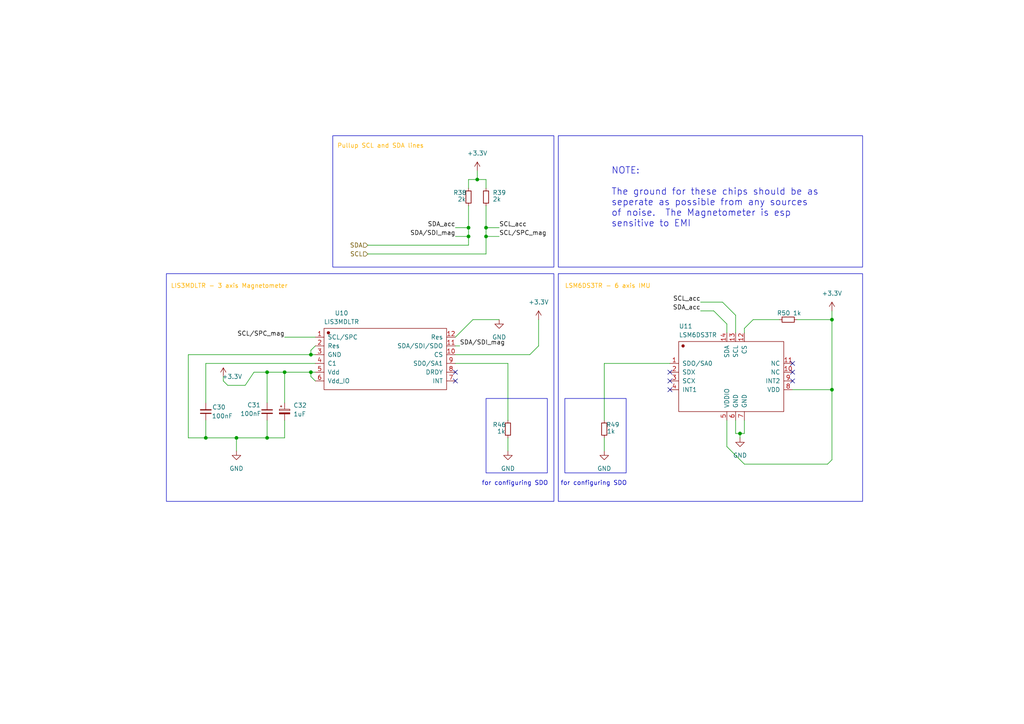
<source format=kicad_sch>
(kicad_sch (version 20231120) (generator "eeschema") (generator_version "8.0")
  (paper "A4")
  (lib_symbols
    (symbol "Device:C_Polarized_Small" (pin_numbers hide) (pin_names (offset 0.254) hide)
      (property "Reference" "C" (at 0.254 1.778 0))
      (property "Value" "C_Polarized_Small" (at 0.254 -2.032 0))
      (symbol "C_Polarized_Small_0_1"
        (rectangle (start -1.524 -0.3048) (end 1.524 -0.6858) (fill (type outline)))
        (rectangle (start -1.524 0.6858) (end 1.524 0.3048))
        (polyline (pts (xy -1.27 1.524) (xy -0.762 1.524)))
        (polyline (pts (xy -1.016 1.27) (xy -1.016 1.778)))
      )
      (symbol "C_Polarized_Small_1_1"
        (pin passive line (at 0 2.54 270) (length 1.8542) (name "~") (number "1"))
        (pin passive line (at 0 -2.54 90) (length 1.8542) (name "~") (number "2"))
      )
    )
    (symbol "Device:C_Small" (pin_numbers hide) (pin_names (offset 0.254) hide)
      (property "Reference" "C" (at 0.254 1.778 0))
      (property "Value" "C_Small" (at 0.254 -2.032 0))
      (symbol "C_Small_0_1"
        (polyline (pts (xy -1.524 -0.508) (xy 1.524 -0.508)) (stroke (width 0.3302)))
        (polyline (pts (xy -1.524 0.508) (xy 1.524 0.508)) (stroke (width 0.3048)))
      )
      (symbol "C_Small_1_1"
        (pin passive line (at 0 2.54 270) (length 2.032) (name "~") (number "1"))
        (pin passive line (at 0 -2.54 90) (length 2.032) (name "~") (number "2"))
      )
    )
    (symbol "Device:R_Small" (pin_numbers hide) (pin_names (offset 0.254) hide)
      (property "Reference" "R" (at 0.762 0.508 0))
      (property "Value" "R_Small" (at 0.762 -1.016 0))
      (symbol "R_Small_0_1"
        (rectangle (start -0.762 1.778) (end 0.762 -1.778) (stroke (width 0.2032)))
      )
      (symbol "R_Small_1_1"
        (pin passive line (at 0 2.54 270) (length 0.762) (name "~") (number "1"))
        (pin passive line (at 0 -2.54 90) (length 0.762) (name "~") (number "2"))
      )
    )
    (symbol "LCSC_imports:LIS3MDLTR" (pin_names (offset 1.016))
      (property "Reference" "U" (at -16.51 12.1412 0))
      (property "Value" "LIS3MDLTR" (at -12.7 10.2362 0))
      (symbol "LIS3MDLTR_1_1"
        (rectangle (start -17.78 8.89) (end 17.78 -8.89) (stroke (width 0.1524)))
        (circle (center -16.51 7.62) (radius 0.381) (stroke (width 0.1524)) (fill (type outline)))
        (pin input line (at -20.32 6.35 0) (length 2.54) (name "SCL/SPC") (number "1"))
        (pin input line (at 20.32 1.27 180) (length 2.54) (name "CS") (number "10"))
        (pin input line (at 20.32 3.81 180) (length 2.54) (name "SDA/SDI/SDO") (number "11"))
        (pin input line (at 20.32 6.35 180) (length 2.54) (name "Res") (number "12"))
        (pin input line (at -20.32 3.81 0) (length 2.54) (name "Res") (number "2"))
        (pin input line (at -20.32 1.27 0) (length 2.54) (name "GND") (number "3"))
        (pin input line (at -20.32 -1.27 0) (length 2.54) (name "C1") (number "4"))
        (pin input line (at -20.32 -3.81 0) (length 2.54) (name "Vdd") (number "5"))
        (pin input line (at -20.32 -6.35 0) (length 2.54) (name "Vdd_IO") (number "6"))
        (pin input line (at 20.32 -6.35 180) (length 2.54) (name "INT") (number "7"))
        (pin input line (at 20.32 -3.81 180) (length 2.54) (name "DRDY") (number "8"))
        (pin input line (at 20.32 -1.27 180) (length 2.54) (name "SD0/SA1") (number "9"))
      )
    )
    (symbol "LCSC_imports:LSM6DS3TR" (pin_names (offset 1.016))
      (property "Reference" "U" (at 0 15.8242 0))
      (property "Value" "LSM6DS3TR" (at 0 20.9042 0))
      (symbol "LSM6DS3TR_1_1"
        (rectangle (start -15.24 10.16) (end 15.24 -10.16) (stroke (width 0.1524)))
        (circle (center -13.97 8.89) (radius 0.381) (stroke (width 0.1524)) (fill (type outline)))
        (pin input line (at -17.78 3.81 0) (length 2.54) (name "SDO/SA0") (number "1"))
        (pin input line (at 17.78 1.27 180) (length 2.54) (name "NC") (number "10"))
        (pin input line (at 17.78 3.81 180) (length 2.54) (name "NC") (number "11"))
        (pin input line (at 3.81 12.7 270) (length 2.54) (name "CS") (number "12"))
        (pin input line (at 1.27 12.7 270) (length 2.54) (name "SCL") (number "13"))
        (pin input line (at -1.27 12.7 270) (length 2.54) (name "SDA") (number "14"))
        (pin input line (at -17.78 1.27 0) (length 2.54) (name "SDX") (number "2"))
        (pin input line (at -17.78 -1.27 0) (length 2.54) (name "SCX") (number "3"))
        (pin input line (at -17.78 -3.81 0) (length 2.54) (name "INT1") (number "4"))
        (pin input line (at -1.27 -12.7 90) (length 2.54) (name "VDDIO") (number "5"))
        (pin input line (at 1.27 -12.7 90) (length 2.54) (name "GND") (number "6"))
        (pin input line (at 3.81 -12.7 90) (length 2.54) (name "GND") (number "7"))
        (pin input line (at 17.78 -3.81 180) (length 2.54) (name "VDD") (number "8"))
        (pin input line (at 17.78 -1.27 180) (length 2.54) (name "INT2") (number "9"))
      )
    )
    (symbol "power:+3.3V" (power) (pin_names (offset 0))
      (property "Value" "+3.3V" (at 0 3.556 0))
      (symbol "+3.3V_0_1"
        (polyline (pts (xy -0.762 1.27) (xy 0 2.54)))
        (polyline (pts (xy 0 0) (xy 0 2.54)))
        (polyline (pts (xy 0 2.54) (xy 0.762 1.27)))
      )
      (symbol "+3.3V_1_1"
        (pin power_in line (at 0 0 90) (length 0) hide (name "+3.3V") (number "1"))
      )
    )
    (symbol "power:GND" (power) (pin_names (offset 0))
      (property "Value" "GND" (at 0 -3.81 0))
      (symbol "GND_0_1"
        (polyline (pts (xy 0 0) (xy 0 -1.27) (xy 1.27 -1.27) (xy 0 -2.54) (xy -1.27 -1.27) (xy 0 -1.27)))
      )
      (symbol "GND_1_1"
        (pin power_in line (at 0 0 270) (length 0) hide (name "GND") (number "1"))
      )
    )
  )
  (junction (at 82.55 107.95))
  (junction (at 241.3 92.71))
  (junction (at 77.47 107.95))
  (junction (at 77.47 127))
  (junction (at 59.69 127))
  (junction (at 241.3 113.03))
  (junction (at 140.97 68.58))
  (junction (at 90.17 107.95))
  (junction (at 214.63 125.73))
  (junction (at 135.89 66.04))
  (junction (at 90.17 102.87))
  (junction (at 140.97 66.04))
  (junction (at 68.58 127))
  (junction (at 135.89 68.58))
  (junction (at 138.43 52.07))
  (no_connect (at 132.08 107.95))
  (no_connect (at 229.87 107.95))
  (no_connect (at 194.31 107.95))
  (no_connect (at 194.31 113.03))
  (no_connect (at 194.31 110.49))
  (no_connect (at 229.87 105.41))
  (no_connect (at 132.08 110.49))
  (no_connect (at 229.87 110.49))
  (wire (pts (xy 68.58 127) (xy 68.58 130.81)))
  (wire (pts (xy 64.77 110.49) (xy 66.04 111.76)))
  (wire (pts (xy 82.55 107.95) (xy 82.55 116.84)))
  (wire (pts (xy 135.89 66.04) (xy 135.89 68.58)))
  (wire (pts (xy 210.82 93.98) (xy 210.82 96.52)))
  (wire (pts (xy 140.97 66.04) (xy 144.78 66.04)))
  (wire (pts (xy 66.04 111.76) (xy 71.12 111.76)))
  (wire (pts (xy 135.89 52.07) (xy 138.43 52.07)))
  (wire (pts (xy 132.08 105.41) (xy 147.32 105.41)))
  (wire (pts (xy 229.87 113.03) (xy 241.3 113.03)))
  (wire (pts (xy 215.9 121.92) (xy 215.9 125.73)))
  (wire (pts (xy 106.68 73.66) (xy 140.97 73.66)))
  (wire (pts (xy 90.17 107.95) (xy 90.17 109.22)))
  (wire (pts (xy 203.2 87.63) (xy 209.55 87.63)))
  (wire (pts (xy 77.47 121.92) (xy 77.47 127)))
  (wire (pts (xy 156.21 92.71) (xy 156.21 100.33)))
  (wire (pts (xy 59.69 127) (xy 68.58 127)))
  (wire (pts (xy 54.61 102.87) (xy 54.61 127)))
  (wire (pts (xy 59.69 127) (xy 54.61 127)))
  (wire (pts (xy 135.89 59.69) (xy 135.89 66.04)))
  (wire (pts (xy 77.47 127) (xy 82.55 127)))
  (wire (pts (xy 132.08 97.79) (xy 137.16 92.71)))
  (wire (pts (xy 71.12 111.76) (xy 73.66 107.95)))
  (wire (pts (xy 213.36 121.92) (xy 213.36 125.73)))
  (wire (pts (xy 213.36 91.44) (xy 209.55 87.63)))
  (wire (pts (xy 241.3 90.17) (xy 241.3 92.71)))
  (wire (pts (xy 82.55 97.79) (xy 91.44 97.79)))
  (wire (pts (xy 140.97 68.58) (xy 140.97 73.66)))
  (wire (pts (xy 218.44 92.71) (xy 226.06 92.71)))
  (wire (pts (xy 59.69 105.41) (xy 59.69 116.84)))
  (wire (pts (xy 241.3 92.71) (xy 241.3 113.03)))
  (wire (pts (xy 106.68 71.12) (xy 135.89 71.12)))
  (wire (pts (xy 207.01 90.17) (xy 210.82 93.98)))
  (wire (pts (xy 138.43 52.07) (xy 140.97 52.07)))
  (wire (pts (xy 140.97 52.07) (xy 140.97 54.61)))
  (wire (pts (xy 137.16 92.71) (xy 144.78 92.71)))
  (wire (pts (xy 231.14 92.71) (xy 241.3 92.71)))
  (wire (pts (xy 90.17 102.87) (xy 91.44 102.87)))
  (wire (pts (xy 175.26 127) (xy 175.26 130.81)))
  (wire (pts (xy 54.61 102.87) (xy 90.17 102.87)))
  (wire (pts (xy 153.67 102.87) (xy 156.21 100.33)))
  (wire (pts (xy 73.66 107.95) (xy 77.47 107.95)))
  (wire (pts (xy 215.9 96.52) (xy 215.9 95.25)))
  (wire (pts (xy 214.63 125.73) (xy 215.9 125.73)))
  (wire (pts (xy 175.26 105.41) (xy 175.26 121.92)))
  (wire (pts (xy 147.32 127) (xy 147.32 130.81)))
  (wire (pts (xy 132.08 100.33) (xy 133.35 100.33)))
  (wire (pts (xy 90.17 101.6) (xy 90.17 102.87)))
  (wire (pts (xy 82.55 121.92) (xy 82.55 127)))
  (wire (pts (xy 77.47 107.95) (xy 82.55 107.95)))
  (wire (pts (xy 213.36 125.73) (xy 214.63 125.73)))
  (wire (pts (xy 135.89 68.58) (xy 135.89 71.12)))
  (wire (pts (xy 147.32 105.41) (xy 147.32 121.92)))
  (wire (pts (xy 140.97 68.58) (xy 144.78 68.58)))
  (wire (pts (xy 135.89 54.61) (xy 135.89 52.07)))
  (wire (pts (xy 140.97 59.69) (xy 140.97 66.04)))
  (wire (pts (xy 215.9 95.25) (xy 218.44 92.71)))
  (wire (pts (xy 132.08 66.04) (xy 135.89 66.04)))
  (wire (pts (xy 210.82 121.92) (xy 210.82 129.54)))
  (wire (pts (xy 213.36 91.44) (xy 213.36 96.52)))
  (wire (pts (xy 138.43 49.53) (xy 138.43 52.07)))
  (wire (pts (xy 59.69 121.92) (xy 59.69 127)))
  (wire (pts (xy 140.97 66.04) (xy 140.97 68.58)))
  (wire (pts (xy 90.17 107.95) (xy 91.44 107.95)))
  (wire (pts (xy 210.82 129.54) (xy 215.9 134.62)))
  (wire (pts (xy 132.08 68.58) (xy 135.89 68.58)))
  (wire (pts (xy 77.47 107.95) (xy 77.47 116.84)))
  (wire (pts (xy 240.03 134.62) (xy 215.9 134.62)))
  (wire (pts (xy 68.58 127) (xy 77.47 127)))
  (wire (pts (xy 132.08 102.87) (xy 153.67 102.87)))
  (wire (pts (xy 82.55 107.95) (xy 90.17 107.95)))
  (wire (pts (xy 91.44 100.33) (xy 90.17 101.6)))
  (wire (pts (xy 91.44 110.49) (xy 90.17 109.22)))
  (wire (pts (xy 203.2 90.17) (xy 207.01 90.17)))
  (wire (pts (xy 59.69 105.41) (xy 91.44 105.41)))
  (wire (pts (xy 241.3 113.03) (xy 241.3 133.35)))
  (wire (pts (xy 175.26 105.41) (xy 194.31 105.41)))
  (wire (pts (xy 64.77 109.22) (xy 64.77 110.49)))
  (wire (pts (xy 240.03 134.62) (xy 241.3 133.35)))
  (wire (pts (xy 214.63 125.73) (xy 214.63 127)))
  (rectangle (start 163.83 115.57) (end 181.61 137.16))
  (rectangle (start 48.26 79.375) (end 160.655 145.415))
  (rectangle (start 96.52 39.37) (end 160.655 77.47))
  (rectangle (start 161.925 39.37) (end 250.19 77.47))
  (rectangle (start 161.925 79.375) (end 250.19 145.415))
  (rectangle (start 140.97 115.57) (end 158.75 137.16))
  (text "NOTE: \n\nThe ground for these chips should be as\nseperate as possible from any sources\nof noise.  The Magnetometer is esp\nsensitive to EMI" (at 177.292 66.04 0) (effects (font (size 1.905 1.905)) (justify left bottom)))
  (text "for configuring SDO" (at 139.7 140.97 0) (effects (font (size 1.27 1.27)) (justify left bottom)))
  (text "LSM6DS3TR - 6 axis IMU" (at 163.83 83.82 0) (effects (font (size 1.27 1.27)) (justify left bottom)))
  (text "Pullup SCL and SDA lines" (at 97.79 43.18 0) (effects (font (size 1.27 1.27)) (justify left bottom)))
  (text "for configuring SDO" (at 162.56 140.97 0) (effects (font (size 1.27 1.27)) (justify left bottom)))
  (text "LIS3MDLTR - 3 axis Magnetometer" (at 49.53 83.82 0) (effects (font (size 1.27 1.27)) (justify left bottom)))
  (label "SDA{slash}SDI_mag" (at 132.08 68.58 180))
  (label "SDA_acc" (at 132.08 66.04 180))
  (label "SCL_acc" (at 203.2 87.63 180))
  (label "SCL_acc" (at 144.78 66.04 0))
  (label "SDA_acc" (at 203.2 90.17 180))
  (label "SCL{slash}SPC_mag" (at 82.55 97.79 180))
  (label "SCL{slash}SPC_mag" (at 144.78 68.58 0))
  (label "SDA{slash}SDI_mag" (at 133.35 100.33 0))
  (hierarchical_label "SDA" (shape input) (at 106.68 71.12 180))
  (hierarchical_label "SCL" (shape input) (at 106.68 73.66 180))
  (symbol (lib_id "power:+3.3V") (at 138.43 49.53 0) (unit 1)
    (property "Reference" "#PWR0122" (effects (hide yes)))
    (property "Value" "+3.3V" (at 138.43 44.45 0))
  )
  (symbol (lib_id "Device:R_Small") (at 135.89 57.15 0) (unit 1)
    (property "Reference" "R38" (at 131.445 55.8799 0) (effects (justify left)))
    (property "Value" "2k" (at 132.715 57.7849 0) (effects (justify left)))
    (property "Footprint" "Resistor_SMD:R_0402_1005Metric" (effects (hide yes)))
    (property "Datasheet" "https://www.lcsc.com/product-detail/Chip-Resistor-Surface-Mount_UNI-ROYAL-Uniroyal-Elec-0402WGF2001TCE_C4109.html" (effects (hide yes)))
    (property "LCSC_Part_Number" "C4109" (effects (hide yes)))
  )
  (symbol (lib_id "Device:R_Small") (at 175.26 124.46 0) (mirror y) (unit 1)
    (property "Reference" "R49" (at 179.705 123.1899 0) (effects (justify left)))
    (property "Value" "1k" (at 178.435 125.0949 0) (effects (justify left)))
    (property "Footprint" "Resistor_SMD:R_0402_1005Metric" (effects (hide yes)))
    (property "Datasheet" "https://www.lcsc.com/product-detail/Chip-Resistor-Surface-Mount_FOJAN-FRC0402J102-TS_C2906899.html" (effects (hide yes)))
    (property "LCSC_Part_Number" "C11702" (effects (hide yes)))
  )
  (symbol (lib_id "Device:R_Small") (at 147.32 124.46 0) (unit 1)
    (property "Reference" "R46" (at 142.875 123.1899 0) (effects (justify left)))
    (property "Value" "1k" (at 144.145 125.0949 0) (effects (justify left)))
    (property "Footprint" "Resistor_SMD:R_0402_1005Metric" (effects (hide yes)))
    (property "Datasheet" "https://www.lcsc.com/product-detail/Chip-Resistor-Surface-Mount_FOJAN-FRC0402J102-TS_C2906899.html" (effects (hide yes)))
    (property "LCSC_Part_Number" "C11702" (effects (hide yes)))
  )
  (symbol (lib_id "Device:C_Small") (at 59.69 119.38 180) (unit 1)
    (property "Reference" "C30" (at 63.5 118.1037 0))
    (property "Value" "100nF" (at 64.4602 120.678 0))
    (property "Footprint" "Capacitor_SMD:C_0201_0603Metric" (effects (hide yes)))
    (property "Datasheet" "https://www.lcsc.com/product-detail/Multilayer-Ceramic-Capacitors-MLCC-SMD-SMT_CCTC-TCC0402X5R104K250AT_C880603.html" (effects (hide yes)))
    (property "Field4" "CHANGED FOOTPRINT 6-3-24" (effects (hide yes)))
    (property "LCSC_Part_Number" "C880603" (effects (hide yes)))
  )
  (symbol (lib_id "power:GND") (at 68.58 130.81 0) (unit 1)
    (property "Reference" "#PWR013" (effects (hide yes)))
    (property "Value" "GND" (at 68.58 135.89 0))
  )
  (symbol (lib_id "power:+3.3V") (at 241.3 90.17 0) (unit 1)
    (property "Reference" "#PWR0106" (effects (hide yes)))
    (property "Value" "+3.3V" (at 241.3 85.09 0))
  )
  (symbol (lib_id "power:+3.3V") (at 156.21 92.71 0) (unit 1)
    (property "Reference" "#PWR038" (effects (hide yes)))
    (property "Value" "+3.3V" (at 156.21 87.63 0))
  )
  (symbol (lib_id "power:+3.3V") (at 64.77 109.22 0) (unit 1)
    (property "Reference" "#PWR028" (effects (hide yes)))
    (property "Value" "+3.3V" (at 67.31 109.22 0))
  )
  (symbol (lib_id "LCSC_imports:LIS3MDLTR") (at 111.76 104.14 0) (unit 1)
    (property "Reference" "U10" (at 99.06 90.805 0))
    (property "Value" "LIS3MDLTR" (at 99.06 93.345 0))
    (property "Footprint" "easyeda:LIS3MDLTR_LGA-12" (effects (hide yes)))
    (property "Datasheet" "https://www.lcsc.com/product-detail/Linear-Hall-Sensors_STMicroelectronics-LIS3MDLTR_C478483.html" (effects (hide yes)))
    (property "SuppliersPartNumber" "C478483" (effects (hide yes)))
    (property "uuid" "std:3c4a1927816047c0b32d8307cf40d91b" (effects (hide yes)))
    (property "LCSC_Part_Number" "C478483" (effects (hide yes)))
  )
  (symbol (lib_id "Device:R_Small") (at 140.97 57.15 0) (unit 1)
    (property "Reference" "R39" (at 142.875 55.8799 0) (effects (justify left)))
    (property "Value" "2k" (at 142.875 57.7849 0) (effects (justify left)))
    (property "Footprint" "Resistor_SMD:R_0402_1005Metric" (effects (hide yes)))
    (property "Datasheet" "https://www.lcsc.com/product-detail/Chip-Resistor-Surface-Mount_UNI-ROYAL-Uniroyal-Elec-0402WGF2001TCE_C4109.html" (effects (hide yes)))
    (property "LCSC_Part_Number" "C4109" (effects (hide yes)))
  )
  (symbol (lib_id "Device:R_Small") (at 228.6 92.71 90) (mirror x) (unit 1)
    (property "Reference" "R50" (at 229.235 90.8051 90) (effects (justify left)))
    (property "Value" "1k" (at 232.41 90.8051 90) (effects (justify left)))
    (property "Footprint" "Resistor_SMD:R_0402_1005Metric" (effects (hide yes)))
    (property "Datasheet" "https://www.lcsc.com/product-detail/Chip-Resistor-Surface-Mount_FOJAN-FRC0402J102-TS_C2906899.html" (effects (hide yes)))
    (property "LCSC_Part_Number" "C11702" (effects (hide yes)))
  )
  (symbol (lib_id "power:GND") (at 214.63 127 0) (unit 1)
    (property "Reference" "#PWR012" (effects (hide yes)))
    (property "Value" "GND" (at 214.63 132.08 0))
  )
  (symbol (lib_id "Device:C_Small") (at 77.47 119.38 0) (mirror y) (unit 1)
    (property "Reference" "C31" (at 73.66 117.4813 0))
    (property "Value" "100nF" (at 72.7152 119.987 0))
    (property "Footprint" "Capacitor_SMD:C_0201_0603Metric" (effects (hide yes)))
    (property "Datasheet" "https://www.lcsc.com/product-detail/Multilayer-Ceramic-Capacitors-MLCC-SMD-SMT_CCTC-TCC0402X5R104K250AT_C880603.html" (effects (hide yes)))
    (property "Field4" "CHANGED FOOTPRINT 6-3-24" (effects (hide yes)))
    (property "LCSC_Part_Number" "C880603" (effects (hide yes)))
  )
  (symbol (lib_id "power:GND") (at 144.78 92.71 0) (unit 1)
    (property "Reference" "#PWR048" (effects (hide yes)))
    (property "Value" "GND" (at 144.78 97.79 0))
  )
  (symbol (lib_id "LCSC_imports:LSM6DS3TR") (at 212.09 109.22 0) (unit 1)
    (property "Reference" "U11" (at 196.9009 94.615 0) (effects (justify left)))
    (property "Value" "LSM6DS3TR" (at 196.9009 97.155 0) (effects (justify left)))
    (property "Footprint" "easyeda:LSM6DSOTR_LGA-14" (effects (hide yes)))
    (property "Datasheet" "https://www.lcsc.com/product-detail/Attitude-Sensor-Gyroscope_STMicroelectronics-LSM6DS3TR_C95230.html" (effects (hide yes)))
    (property "SuppliersPartNumber" "C95230" (effects (hide yes)))
    (property "uuid" "std:bcd93c2961e24e71bfff3f976058f13a" (effects (hide yes)))
    (property "LCSC_Part_Number" "C95230" (effects (hide yes)))
  )
  (symbol (lib_id "power:GND") (at 147.32 130.81 0) (unit 1)
    (property "Reference" "#PWR08" (effects (hide yes)))
    (property "Value" "GND" (at 147.32 135.89 0))
  )
  (symbol (lib_id "power:GND") (at 175.26 130.81 0) (unit 1)
    (property "Reference" "#PWR0107" (effects (hide yes)))
    (property "Value" "GND" (at 175.26 135.89 0))
  )
  (symbol (lib_id "Device:C_Polarized_Small") (at 82.55 119.38 0) (unit 1)
    (property "Reference" "C32" (at 85.09 117.5638 0) (effects (justify left)))
    (property "Value" "1uF" (at 85.09 120.1038 0) (effects (justify left)))
    (property "Footprint" "Capacitor_SMD:C_0603_1608Metric" (effects (hide yes)))
    (property "Datasheet" "https://www.lcsc.com/product-detail/Multilayer-Ceramic-Capacitors-MLCC-SMD-SMT_Samsung-Electro-Mechanics-CL10A105KB8NNNC_C15849.html" (effects (hide yes)))
    (property "LCSC_Part_Number" "C15849" (effects (hide yes)))
  )
)
</source>
